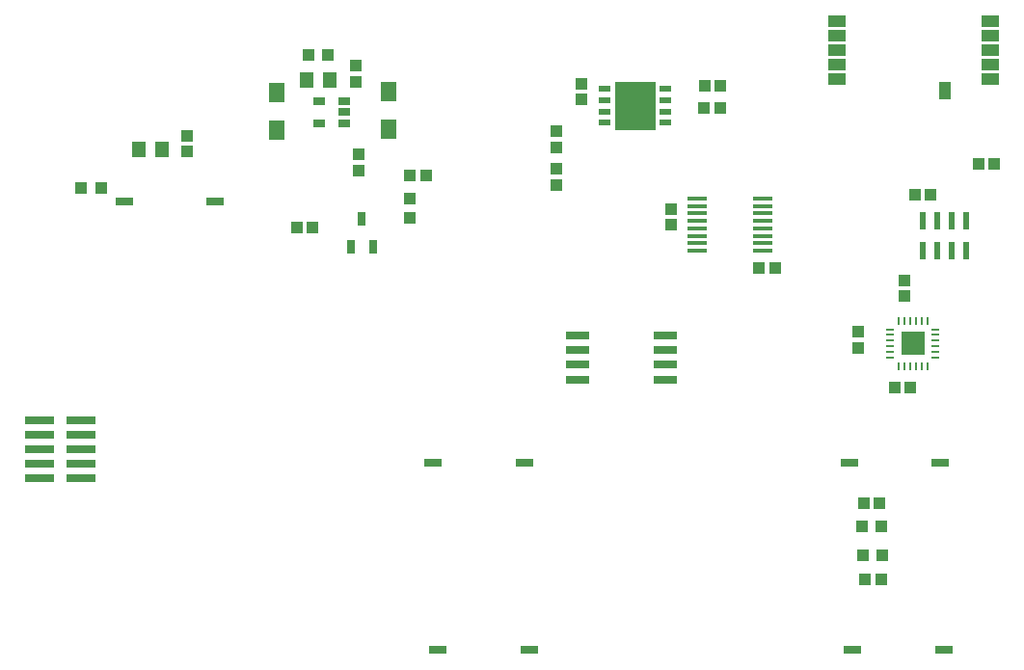
<source format=gbp>
G04 ---------------------------- Layer name :BOTTOM PASTER LAYER*
G04 EasyEDA v5.7.26, Mon, 08 Oct 2018 11:53:26 GMT*
G04 3e30844db99a4207a4187d0db1b8c40a*
G04 Gerber Generator version 0.2*
G04 Scale: 100 percent, Rotated: No, Reflected: No *
G04 Dimensions in inches *
G04 leading zeros omitted , absolute positions ,2 integer and 4 decimal *
%FSLAX24Y24*%
%MOIN*%
G90*
G70D02*

%ADD19R,0.043307X0.039370*%
%ADD20R,0.039370X0.043307*%
%ADD26R,0.053500X0.071500*%
%ADD28R,0.045670X0.057870*%
%ADD32R,0.071000X0.016000*%
%ADD34R,0.102400X0.025600*%
%ADD44R,0.059055X0.031496*%
%ADD45R,0.041732X0.025591*%
%ADD46R,0.062992X0.039370*%
%ADD47R,0.039370X0.062992*%
%ADD48R,0.043000X0.039000*%
%ADD49R,0.031100X0.010200*%
%ADD50R,0.010200X0.031100*%
%ADD51R,0.080700X0.084600*%
%ADD52R,0.043300X0.023600*%
%ADD53R,0.141700X0.165400*%
%ADD54R,0.027559X0.049213*%
%ADD55R,0.039000X0.043000*%
%ADD56R,0.023622X0.059055*%
%ADD57R,0.080000X0.025900*%

%LPD*%
G54D26*
G01X9260Y20449D03*
G01X9260Y19159D03*
G54D44*
G01X32201Y7659D03*
G01X29051Y7659D03*
G01X14825Y1200D03*
G01X17974Y1200D03*
G01X32311Y1199D03*
G01X29162Y1199D03*
G01X14667Y7653D03*
G01X17816Y7653D03*
G54D45*
G01X11600Y20150D03*
G01X11600Y19776D03*
G01X11600Y19402D03*
G01X10734Y19402D03*
G01X10734Y20150D03*
G54D26*
G01X13110Y20474D03*
G01X13110Y19184D03*
G54D28*
G01X11100Y20900D03*
G01X10300Y20900D03*
G01X5275Y18475D03*
G01X4475Y18475D03*
G54D34*
G01X2505Y7125D03*
G01X2505Y7625D03*
G01X2505Y8125D03*
G01X2505Y8625D03*
G01X2505Y9125D03*
G01X1044Y7125D03*
G01X1044Y7625D03*
G01X1044Y8125D03*
G01X1044Y8625D03*
G01X1044Y9125D03*
G54D46*
G01X33925Y22919D03*
G01X33925Y22419D03*
G01X33925Y21919D03*
G01X33925Y21419D03*
G01X33925Y20919D03*
G01X28610Y22919D03*
G01X28610Y22419D03*
G01X28610Y21919D03*
G01X28610Y21419D03*
G01X28610Y20919D03*
G54D47*
G01X32350Y20525D03*
G54D44*
G01X7125Y16699D03*
G01X3975Y16699D03*
G54D48*
G01X29477Y5467D03*
G01X30147Y5467D03*
G01X29527Y4467D03*
G01X30197Y4467D03*
G01X10364Y21753D03*
G01X11035Y21753D03*
G01X2505Y17157D03*
G01X3175Y17157D03*
G54D20*
G01X24039Y20700D03*
G01X24590Y20700D03*
G01X24585Y19925D03*
G01X24034Y19925D03*
G54D19*
G01X19800Y20760D03*
G01X19800Y20209D03*
G01X18925Y19110D03*
G01X18925Y18559D03*
G01X18925Y17264D03*
G01X18925Y17815D03*
G54D20*
G01X14410Y17600D03*
G01X13859Y17600D03*
G54D19*
G01X12100Y18310D03*
G01X12100Y17759D03*
G54D20*
G01X31860Y16925D03*
G01X31309Y16925D03*
G54D19*
G01X29350Y12185D03*
G01X29350Y11634D03*
G54D20*
G01X30614Y10250D03*
G01X31165Y10250D03*
G54D19*
G01X30950Y13960D03*
G01X30950Y13409D03*
G54D49*
G01X32030Y12265D03*
G01X32030Y12075D03*
G01X32030Y11875D03*
G01X32030Y11675D03*
G01X32030Y11475D03*
G01X32030Y11284D03*
G54D50*
G01X31739Y10994D03*
G01X31550Y10994D03*
G01X31350Y10994D03*
G01X31150Y10994D03*
G01X30950Y10994D03*
G01X30760Y10994D03*
G54D49*
G01X30470Y11284D03*
G01X30470Y11475D03*
G01X30470Y11675D03*
G01X30470Y11875D03*
G01X30470Y12075D03*
G01X30470Y12265D03*
G54D50*
G01X30760Y12554D03*
G01X30950Y12554D03*
G01X31150Y12554D03*
G01X31350Y12554D03*
G01X31550Y12554D03*
G01X31739Y12554D03*
G54D51*
G01X31250Y11775D03*
G54D52*
G01X20600Y19409D03*
G01X20600Y19800D03*
G01X20600Y20200D03*
G01X20600Y20590D03*
G01X22700Y20590D03*
G01X22700Y20200D03*
G01X22700Y19800D03*
G01X22700Y19409D03*
G54D53*
G01X21650Y20000D03*
G54D20*
G01X26485Y14375D03*
G01X25934Y14375D03*
G54D19*
G01X22875Y16435D03*
G01X22875Y15884D03*
G54D32*
G01X23780Y14994D03*
G01X23780Y15255D03*
G01X23780Y15505D03*
G01X23780Y15765D03*
G01X23780Y16025D03*
G01X23780Y16275D03*
G01X23780Y16534D03*
G01X23780Y16784D03*
G01X26060Y16784D03*
G01X26060Y16534D03*
G01X26060Y16275D03*
G01X26060Y16025D03*
G01X26060Y15765D03*
G01X26060Y15505D03*
G01X26060Y15255D03*
G01X26060Y14994D03*
G54D20*
G01X34060Y18000D03*
G01X33509Y18000D03*
G01X9939Y15800D03*
G01X10490Y15800D03*
G54D54*
G01X12200Y16092D03*
G01X11826Y15107D03*
G01X12573Y15107D03*
G54D55*
G01X13839Y16130D03*
G01X13839Y16800D03*
G54D19*
G01X6150Y18960D03*
G01X6150Y18409D03*
G54D56*
G01X31600Y16025D03*
G01X32092Y16025D03*
G01X32584Y16025D03*
G01X33076Y16025D03*
G01X33076Y15001D03*
G01X32584Y15001D03*
G01X32092Y15001D03*
G01X31600Y15001D03*
G54D20*
G01X29589Y3625D03*
G01X30140Y3625D03*
G01X29539Y6250D03*
G01X30090Y6250D03*
G54D19*
G01X12000Y20839D03*
G01X12000Y21390D03*
G54D57*
G01X19655Y10536D03*
G01X19655Y11044D03*
G01X19655Y11553D03*
G01X19655Y12061D03*
G01X22694Y12061D03*
G01X22694Y11553D03*
G01X22694Y11044D03*
G01X22694Y10536D03*
M00*
M02*

</source>
